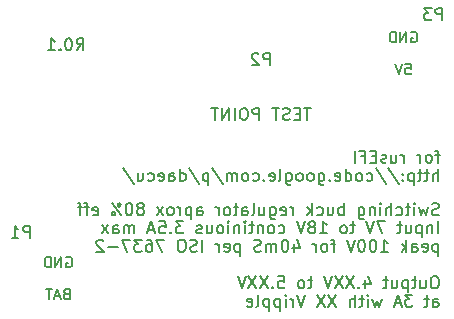
<source format=gbo>
G04 (created by PCBNEW (2013-07-07 BZR 4022)-stable) date 02/05/2014 07:12:38*
%MOIN*%
G04 Gerber Fmt 3.4, Leading zero omitted, Abs format*
%FSLAX34Y34*%
G01*
G70*
G90*
G04 APERTURE LIST*
%ADD10C,0.00590551*%
%ADD11C,0.005*%
G04 APERTURE END LIST*
G54D10*
G54D11*
X77766Y-39808D02*
X77799Y-39791D01*
X77849Y-39791D01*
X77899Y-39808D01*
X77933Y-39841D01*
X77949Y-39875D01*
X77966Y-39941D01*
X77966Y-39991D01*
X77949Y-40058D01*
X77933Y-40091D01*
X77899Y-40125D01*
X77849Y-40141D01*
X77816Y-40141D01*
X77766Y-40125D01*
X77749Y-40108D01*
X77749Y-39991D01*
X77816Y-39991D01*
X77599Y-40141D02*
X77599Y-39791D01*
X77399Y-40141D01*
X77399Y-39791D01*
X77233Y-40141D02*
X77233Y-39791D01*
X77150Y-39791D01*
X77100Y-39808D01*
X77066Y-39841D01*
X77050Y-39875D01*
X77033Y-39941D01*
X77033Y-39991D01*
X77050Y-40058D01*
X77066Y-40091D01*
X77100Y-40125D01*
X77150Y-40141D01*
X77233Y-40141D01*
X77566Y-40871D02*
X77733Y-40871D01*
X77750Y-41038D01*
X77733Y-41021D01*
X77700Y-41005D01*
X77616Y-41005D01*
X77583Y-41021D01*
X77566Y-41038D01*
X77550Y-41071D01*
X77550Y-41155D01*
X77566Y-41188D01*
X77583Y-41205D01*
X77616Y-41221D01*
X77700Y-41221D01*
X77733Y-41205D01*
X77750Y-41188D01*
X77449Y-40871D02*
X77333Y-41221D01*
X77216Y-40871D01*
X66266Y-47308D02*
X66299Y-47291D01*
X66349Y-47291D01*
X66399Y-47308D01*
X66433Y-47341D01*
X66449Y-47375D01*
X66466Y-47441D01*
X66466Y-47491D01*
X66449Y-47558D01*
X66433Y-47591D01*
X66399Y-47625D01*
X66349Y-47641D01*
X66316Y-47641D01*
X66266Y-47625D01*
X66249Y-47608D01*
X66249Y-47491D01*
X66316Y-47491D01*
X66099Y-47641D02*
X66099Y-47291D01*
X65899Y-47641D01*
X65899Y-47291D01*
X65733Y-47641D02*
X65733Y-47291D01*
X65650Y-47291D01*
X65600Y-47308D01*
X65566Y-47341D01*
X65550Y-47375D01*
X65533Y-47441D01*
X65533Y-47491D01*
X65550Y-47558D01*
X65566Y-47591D01*
X65600Y-47625D01*
X65650Y-47641D01*
X65733Y-47641D01*
X66258Y-48538D02*
X66208Y-48555D01*
X66191Y-48571D01*
X66174Y-48605D01*
X66174Y-48655D01*
X66191Y-48688D01*
X66208Y-48705D01*
X66241Y-48721D01*
X66374Y-48721D01*
X66374Y-48371D01*
X66258Y-48371D01*
X66224Y-48388D01*
X66208Y-48405D01*
X66191Y-48438D01*
X66191Y-48471D01*
X66208Y-48505D01*
X66224Y-48521D01*
X66258Y-48538D01*
X66374Y-48538D01*
X66041Y-48621D02*
X65874Y-48621D01*
X66074Y-48721D02*
X65958Y-48371D01*
X65841Y-48721D01*
X65774Y-48371D02*
X65574Y-48371D01*
X65674Y-48721D02*
X65674Y-48371D01*
X78673Y-45892D02*
X78616Y-45911D01*
X78521Y-45911D01*
X78483Y-45892D01*
X78464Y-45873D01*
X78445Y-45835D01*
X78445Y-45797D01*
X78464Y-45759D01*
X78483Y-45740D01*
X78521Y-45721D01*
X78597Y-45702D01*
X78635Y-45683D01*
X78654Y-45664D01*
X78673Y-45626D01*
X78673Y-45588D01*
X78654Y-45550D01*
X78635Y-45530D01*
X78597Y-45511D01*
X78502Y-45511D01*
X78445Y-45530D01*
X78311Y-45645D02*
X78235Y-45911D01*
X78159Y-45721D01*
X78083Y-45911D01*
X78007Y-45645D01*
X77854Y-45911D02*
X77854Y-45645D01*
X77854Y-45511D02*
X77873Y-45530D01*
X77854Y-45550D01*
X77835Y-45530D01*
X77854Y-45511D01*
X77854Y-45550D01*
X77721Y-45645D02*
X77569Y-45645D01*
X77664Y-45511D02*
X77664Y-45854D01*
X77645Y-45892D01*
X77607Y-45911D01*
X77569Y-45911D01*
X77264Y-45892D02*
X77302Y-45911D01*
X77378Y-45911D01*
X77416Y-45892D01*
X77435Y-45873D01*
X77454Y-45835D01*
X77454Y-45721D01*
X77435Y-45683D01*
X77416Y-45664D01*
X77378Y-45645D01*
X77302Y-45645D01*
X77264Y-45664D01*
X77092Y-45911D02*
X77092Y-45511D01*
X76921Y-45911D02*
X76921Y-45702D01*
X76940Y-45664D01*
X76978Y-45645D01*
X77035Y-45645D01*
X77073Y-45664D01*
X77092Y-45683D01*
X76730Y-45911D02*
X76730Y-45645D01*
X76730Y-45511D02*
X76750Y-45530D01*
X76730Y-45550D01*
X76711Y-45530D01*
X76730Y-45511D01*
X76730Y-45550D01*
X76540Y-45645D02*
X76540Y-45911D01*
X76540Y-45683D02*
X76521Y-45664D01*
X76483Y-45645D01*
X76426Y-45645D01*
X76388Y-45664D01*
X76369Y-45702D01*
X76369Y-45911D01*
X76007Y-45645D02*
X76007Y-45969D01*
X76026Y-46007D01*
X76045Y-46026D01*
X76083Y-46045D01*
X76140Y-46045D01*
X76178Y-46026D01*
X76007Y-45892D02*
X76045Y-45911D01*
X76121Y-45911D01*
X76159Y-45892D01*
X76178Y-45873D01*
X76197Y-45835D01*
X76197Y-45721D01*
X76178Y-45683D01*
X76159Y-45664D01*
X76121Y-45645D01*
X76045Y-45645D01*
X76007Y-45664D01*
X75511Y-45911D02*
X75511Y-45511D01*
X75511Y-45664D02*
X75473Y-45645D01*
X75397Y-45645D01*
X75359Y-45664D01*
X75340Y-45683D01*
X75321Y-45721D01*
X75321Y-45835D01*
X75340Y-45873D01*
X75359Y-45892D01*
X75397Y-45911D01*
X75473Y-45911D01*
X75511Y-45892D01*
X74978Y-45645D02*
X74978Y-45911D01*
X75150Y-45645D02*
X75150Y-45854D01*
X75130Y-45892D01*
X75092Y-45911D01*
X75035Y-45911D01*
X74997Y-45892D01*
X74978Y-45873D01*
X74616Y-45892D02*
X74654Y-45911D01*
X74730Y-45911D01*
X74769Y-45892D01*
X74788Y-45873D01*
X74807Y-45835D01*
X74807Y-45721D01*
X74788Y-45683D01*
X74769Y-45664D01*
X74730Y-45645D01*
X74654Y-45645D01*
X74616Y-45664D01*
X74445Y-45911D02*
X74445Y-45511D01*
X74407Y-45759D02*
X74292Y-45911D01*
X74292Y-45645D02*
X74445Y-45797D01*
X73816Y-45911D02*
X73816Y-45645D01*
X73816Y-45721D02*
X73797Y-45683D01*
X73778Y-45664D01*
X73740Y-45645D01*
X73702Y-45645D01*
X73416Y-45892D02*
X73454Y-45911D01*
X73530Y-45911D01*
X73569Y-45892D01*
X73588Y-45854D01*
X73588Y-45702D01*
X73569Y-45664D01*
X73530Y-45645D01*
X73454Y-45645D01*
X73416Y-45664D01*
X73397Y-45702D01*
X73397Y-45740D01*
X73588Y-45778D01*
X73054Y-45645D02*
X73054Y-45969D01*
X73073Y-46007D01*
X73092Y-46026D01*
X73130Y-46045D01*
X73188Y-46045D01*
X73226Y-46026D01*
X73054Y-45892D02*
X73092Y-45911D01*
X73169Y-45911D01*
X73207Y-45892D01*
X73226Y-45873D01*
X73245Y-45835D01*
X73245Y-45721D01*
X73226Y-45683D01*
X73207Y-45664D01*
X73169Y-45645D01*
X73092Y-45645D01*
X73054Y-45664D01*
X72692Y-45645D02*
X72692Y-45911D01*
X72864Y-45645D02*
X72864Y-45854D01*
X72845Y-45892D01*
X72807Y-45911D01*
X72750Y-45911D01*
X72711Y-45892D01*
X72692Y-45873D01*
X72445Y-45911D02*
X72483Y-45892D01*
X72502Y-45854D01*
X72502Y-45511D01*
X72121Y-45911D02*
X72121Y-45702D01*
X72140Y-45664D01*
X72178Y-45645D01*
X72254Y-45645D01*
X72292Y-45664D01*
X72121Y-45892D02*
X72159Y-45911D01*
X72254Y-45911D01*
X72292Y-45892D01*
X72311Y-45854D01*
X72311Y-45816D01*
X72292Y-45778D01*
X72254Y-45759D01*
X72159Y-45759D01*
X72121Y-45740D01*
X71988Y-45645D02*
X71835Y-45645D01*
X71930Y-45511D02*
X71930Y-45854D01*
X71911Y-45892D01*
X71873Y-45911D01*
X71835Y-45911D01*
X71645Y-45911D02*
X71683Y-45892D01*
X71702Y-45873D01*
X71721Y-45835D01*
X71721Y-45721D01*
X71702Y-45683D01*
X71683Y-45664D01*
X71645Y-45645D01*
X71588Y-45645D01*
X71550Y-45664D01*
X71530Y-45683D01*
X71511Y-45721D01*
X71511Y-45835D01*
X71530Y-45873D01*
X71550Y-45892D01*
X71588Y-45911D01*
X71645Y-45911D01*
X71340Y-45911D02*
X71340Y-45645D01*
X71340Y-45721D02*
X71321Y-45683D01*
X71302Y-45664D01*
X71264Y-45645D01*
X71226Y-45645D01*
X70616Y-45911D02*
X70616Y-45702D01*
X70635Y-45664D01*
X70673Y-45645D01*
X70750Y-45645D01*
X70788Y-45664D01*
X70616Y-45892D02*
X70654Y-45911D01*
X70750Y-45911D01*
X70788Y-45892D01*
X70807Y-45854D01*
X70807Y-45816D01*
X70788Y-45778D01*
X70750Y-45759D01*
X70654Y-45759D01*
X70616Y-45740D01*
X70426Y-45645D02*
X70426Y-46045D01*
X70426Y-45664D02*
X70388Y-45645D01*
X70311Y-45645D01*
X70273Y-45664D01*
X70254Y-45683D01*
X70235Y-45721D01*
X70235Y-45835D01*
X70254Y-45873D01*
X70273Y-45892D01*
X70311Y-45911D01*
X70388Y-45911D01*
X70426Y-45892D01*
X70064Y-45911D02*
X70064Y-45645D01*
X70064Y-45721D02*
X70045Y-45683D01*
X70026Y-45664D01*
X69988Y-45645D01*
X69950Y-45645D01*
X69759Y-45911D02*
X69797Y-45892D01*
X69816Y-45873D01*
X69835Y-45835D01*
X69835Y-45721D01*
X69816Y-45683D01*
X69797Y-45664D01*
X69759Y-45645D01*
X69702Y-45645D01*
X69664Y-45664D01*
X69645Y-45683D01*
X69626Y-45721D01*
X69626Y-45835D01*
X69645Y-45873D01*
X69664Y-45892D01*
X69702Y-45911D01*
X69759Y-45911D01*
X69492Y-45911D02*
X69283Y-45645D01*
X69492Y-45645D02*
X69283Y-45911D01*
X68769Y-45683D02*
X68807Y-45664D01*
X68826Y-45645D01*
X68845Y-45607D01*
X68845Y-45588D01*
X68826Y-45550D01*
X68807Y-45530D01*
X68769Y-45511D01*
X68692Y-45511D01*
X68654Y-45530D01*
X68635Y-45550D01*
X68616Y-45588D01*
X68616Y-45607D01*
X68635Y-45645D01*
X68654Y-45664D01*
X68692Y-45683D01*
X68769Y-45683D01*
X68807Y-45702D01*
X68826Y-45721D01*
X68845Y-45759D01*
X68845Y-45835D01*
X68826Y-45873D01*
X68807Y-45892D01*
X68769Y-45911D01*
X68692Y-45911D01*
X68654Y-45892D01*
X68635Y-45873D01*
X68616Y-45835D01*
X68616Y-45759D01*
X68635Y-45721D01*
X68654Y-45702D01*
X68692Y-45683D01*
X68369Y-45511D02*
X68330Y-45511D01*
X68292Y-45530D01*
X68273Y-45550D01*
X68254Y-45588D01*
X68235Y-45664D01*
X68235Y-45759D01*
X68254Y-45835D01*
X68273Y-45873D01*
X68292Y-45892D01*
X68330Y-45911D01*
X68369Y-45911D01*
X68407Y-45892D01*
X68426Y-45873D01*
X68445Y-45835D01*
X68464Y-45759D01*
X68464Y-45664D01*
X68445Y-45588D01*
X68426Y-45550D01*
X68407Y-45530D01*
X68369Y-45511D01*
X68083Y-45911D02*
X67778Y-45511D01*
X68026Y-45511D02*
X67988Y-45530D01*
X67969Y-45569D01*
X67988Y-45607D01*
X68026Y-45626D01*
X68064Y-45607D01*
X68083Y-45569D01*
X68064Y-45530D01*
X68026Y-45511D01*
X67797Y-45892D02*
X67778Y-45854D01*
X67797Y-45816D01*
X67835Y-45797D01*
X67873Y-45816D01*
X67892Y-45854D01*
X67873Y-45892D01*
X67835Y-45911D01*
X67797Y-45892D01*
X67150Y-45892D02*
X67188Y-45911D01*
X67264Y-45911D01*
X67302Y-45892D01*
X67321Y-45854D01*
X67321Y-45702D01*
X67302Y-45664D01*
X67264Y-45645D01*
X67188Y-45645D01*
X67150Y-45664D01*
X67130Y-45702D01*
X67130Y-45740D01*
X67321Y-45778D01*
X67016Y-45645D02*
X66864Y-45645D01*
X66959Y-45911D02*
X66959Y-45569D01*
X66940Y-45530D01*
X66902Y-45511D01*
X66864Y-45511D01*
X66788Y-45645D02*
X66635Y-45645D01*
X66730Y-45911D02*
X66730Y-45569D01*
X66711Y-45530D01*
X66673Y-45511D01*
X66635Y-45511D01*
X78654Y-46521D02*
X78654Y-46121D01*
X78464Y-46255D02*
X78464Y-46521D01*
X78464Y-46293D02*
X78445Y-46274D01*
X78407Y-46255D01*
X78350Y-46255D01*
X78311Y-46274D01*
X78292Y-46312D01*
X78292Y-46521D01*
X78102Y-46255D02*
X78102Y-46655D01*
X78102Y-46274D02*
X78064Y-46255D01*
X77988Y-46255D01*
X77950Y-46274D01*
X77930Y-46293D01*
X77911Y-46331D01*
X77911Y-46445D01*
X77930Y-46483D01*
X77950Y-46502D01*
X77988Y-46521D01*
X78064Y-46521D01*
X78102Y-46502D01*
X77569Y-46255D02*
X77569Y-46521D01*
X77740Y-46255D02*
X77740Y-46464D01*
X77721Y-46502D01*
X77683Y-46521D01*
X77626Y-46521D01*
X77588Y-46502D01*
X77569Y-46483D01*
X77435Y-46255D02*
X77283Y-46255D01*
X77378Y-46121D02*
X77378Y-46464D01*
X77359Y-46502D01*
X77321Y-46521D01*
X77283Y-46521D01*
X76883Y-46121D02*
X76616Y-46121D01*
X76788Y-46521D01*
X76521Y-46121D02*
X76388Y-46521D01*
X76254Y-46121D01*
X75873Y-46255D02*
X75721Y-46255D01*
X75816Y-46121D02*
X75816Y-46464D01*
X75797Y-46502D01*
X75759Y-46521D01*
X75721Y-46521D01*
X75530Y-46521D02*
X75569Y-46502D01*
X75588Y-46483D01*
X75607Y-46445D01*
X75607Y-46331D01*
X75588Y-46293D01*
X75569Y-46274D01*
X75530Y-46255D01*
X75473Y-46255D01*
X75435Y-46274D01*
X75416Y-46293D01*
X75397Y-46331D01*
X75397Y-46445D01*
X75416Y-46483D01*
X75435Y-46502D01*
X75473Y-46521D01*
X75530Y-46521D01*
X74711Y-46521D02*
X74940Y-46521D01*
X74826Y-46521D02*
X74826Y-46121D01*
X74864Y-46179D01*
X74902Y-46217D01*
X74940Y-46236D01*
X74483Y-46293D02*
X74521Y-46274D01*
X74540Y-46255D01*
X74559Y-46217D01*
X74559Y-46198D01*
X74540Y-46160D01*
X74521Y-46140D01*
X74483Y-46121D01*
X74407Y-46121D01*
X74369Y-46140D01*
X74350Y-46160D01*
X74330Y-46198D01*
X74330Y-46217D01*
X74350Y-46255D01*
X74369Y-46274D01*
X74407Y-46293D01*
X74483Y-46293D01*
X74521Y-46312D01*
X74540Y-46331D01*
X74559Y-46369D01*
X74559Y-46445D01*
X74540Y-46483D01*
X74521Y-46502D01*
X74483Y-46521D01*
X74407Y-46521D01*
X74369Y-46502D01*
X74350Y-46483D01*
X74330Y-46445D01*
X74330Y-46369D01*
X74350Y-46331D01*
X74369Y-46312D01*
X74407Y-46293D01*
X74216Y-46121D02*
X74083Y-46521D01*
X73950Y-46121D01*
X73340Y-46502D02*
X73378Y-46521D01*
X73454Y-46521D01*
X73492Y-46502D01*
X73511Y-46483D01*
X73530Y-46445D01*
X73530Y-46331D01*
X73511Y-46293D01*
X73492Y-46274D01*
X73454Y-46255D01*
X73378Y-46255D01*
X73340Y-46274D01*
X73111Y-46521D02*
X73150Y-46502D01*
X73169Y-46483D01*
X73188Y-46445D01*
X73188Y-46331D01*
X73169Y-46293D01*
X73150Y-46274D01*
X73111Y-46255D01*
X73054Y-46255D01*
X73016Y-46274D01*
X72997Y-46293D01*
X72978Y-46331D01*
X72978Y-46445D01*
X72997Y-46483D01*
X73016Y-46502D01*
X73054Y-46521D01*
X73111Y-46521D01*
X72807Y-46255D02*
X72807Y-46521D01*
X72807Y-46293D02*
X72788Y-46274D01*
X72750Y-46255D01*
X72692Y-46255D01*
X72654Y-46274D01*
X72635Y-46312D01*
X72635Y-46521D01*
X72502Y-46255D02*
X72350Y-46255D01*
X72445Y-46121D02*
X72445Y-46464D01*
X72426Y-46502D01*
X72388Y-46521D01*
X72350Y-46521D01*
X72216Y-46521D02*
X72216Y-46255D01*
X72216Y-46121D02*
X72235Y-46140D01*
X72216Y-46160D01*
X72197Y-46140D01*
X72216Y-46121D01*
X72216Y-46160D01*
X72026Y-46255D02*
X72026Y-46521D01*
X72026Y-46293D02*
X72007Y-46274D01*
X71969Y-46255D01*
X71911Y-46255D01*
X71873Y-46274D01*
X71854Y-46312D01*
X71854Y-46521D01*
X71664Y-46521D02*
X71664Y-46255D01*
X71664Y-46121D02*
X71683Y-46140D01*
X71664Y-46160D01*
X71645Y-46140D01*
X71664Y-46121D01*
X71664Y-46160D01*
X71416Y-46521D02*
X71454Y-46502D01*
X71473Y-46483D01*
X71492Y-46445D01*
X71492Y-46331D01*
X71473Y-46293D01*
X71454Y-46274D01*
X71416Y-46255D01*
X71359Y-46255D01*
X71321Y-46274D01*
X71302Y-46293D01*
X71283Y-46331D01*
X71283Y-46445D01*
X71302Y-46483D01*
X71321Y-46502D01*
X71359Y-46521D01*
X71416Y-46521D01*
X70940Y-46255D02*
X70940Y-46521D01*
X71111Y-46255D02*
X71111Y-46464D01*
X71092Y-46502D01*
X71054Y-46521D01*
X70997Y-46521D01*
X70959Y-46502D01*
X70940Y-46483D01*
X70769Y-46502D02*
X70730Y-46521D01*
X70654Y-46521D01*
X70616Y-46502D01*
X70597Y-46464D01*
X70597Y-46445D01*
X70616Y-46407D01*
X70654Y-46388D01*
X70711Y-46388D01*
X70750Y-46369D01*
X70769Y-46331D01*
X70769Y-46312D01*
X70750Y-46274D01*
X70711Y-46255D01*
X70654Y-46255D01*
X70616Y-46274D01*
X70159Y-46121D02*
X69911Y-46121D01*
X70045Y-46274D01*
X69988Y-46274D01*
X69950Y-46293D01*
X69930Y-46312D01*
X69911Y-46350D01*
X69911Y-46445D01*
X69930Y-46483D01*
X69950Y-46502D01*
X69988Y-46521D01*
X70102Y-46521D01*
X70140Y-46502D01*
X70159Y-46483D01*
X69740Y-46483D02*
X69721Y-46502D01*
X69740Y-46521D01*
X69759Y-46502D01*
X69740Y-46483D01*
X69740Y-46521D01*
X69359Y-46121D02*
X69550Y-46121D01*
X69569Y-46312D01*
X69550Y-46293D01*
X69511Y-46274D01*
X69416Y-46274D01*
X69378Y-46293D01*
X69359Y-46312D01*
X69340Y-46350D01*
X69340Y-46445D01*
X69359Y-46483D01*
X69378Y-46502D01*
X69416Y-46521D01*
X69511Y-46521D01*
X69550Y-46502D01*
X69569Y-46483D01*
X69188Y-46407D02*
X68997Y-46407D01*
X69226Y-46521D02*
X69092Y-46121D01*
X68959Y-46521D01*
X68521Y-46521D02*
X68521Y-46255D01*
X68521Y-46293D02*
X68502Y-46274D01*
X68464Y-46255D01*
X68407Y-46255D01*
X68369Y-46274D01*
X68350Y-46312D01*
X68350Y-46521D01*
X68350Y-46312D02*
X68330Y-46274D01*
X68292Y-46255D01*
X68235Y-46255D01*
X68197Y-46274D01*
X68178Y-46312D01*
X68178Y-46521D01*
X67816Y-46521D02*
X67816Y-46312D01*
X67835Y-46274D01*
X67873Y-46255D01*
X67950Y-46255D01*
X67988Y-46274D01*
X67816Y-46502D02*
X67854Y-46521D01*
X67950Y-46521D01*
X67988Y-46502D01*
X68007Y-46464D01*
X68007Y-46426D01*
X67988Y-46388D01*
X67950Y-46369D01*
X67854Y-46369D01*
X67816Y-46350D01*
X67664Y-46521D02*
X67454Y-46255D01*
X67664Y-46255D02*
X67454Y-46521D01*
X78654Y-46865D02*
X78654Y-47265D01*
X78654Y-46884D02*
X78616Y-46865D01*
X78540Y-46865D01*
X78502Y-46884D01*
X78483Y-46903D01*
X78464Y-46941D01*
X78464Y-47055D01*
X78483Y-47093D01*
X78502Y-47112D01*
X78540Y-47131D01*
X78616Y-47131D01*
X78654Y-47112D01*
X78140Y-47112D02*
X78178Y-47131D01*
X78254Y-47131D01*
X78292Y-47112D01*
X78311Y-47074D01*
X78311Y-46922D01*
X78292Y-46884D01*
X78254Y-46865D01*
X78178Y-46865D01*
X78140Y-46884D01*
X78121Y-46922D01*
X78121Y-46960D01*
X78311Y-46998D01*
X77778Y-47131D02*
X77778Y-46922D01*
X77797Y-46884D01*
X77835Y-46865D01*
X77911Y-46865D01*
X77950Y-46884D01*
X77778Y-47112D02*
X77816Y-47131D01*
X77911Y-47131D01*
X77950Y-47112D01*
X77969Y-47074D01*
X77969Y-47036D01*
X77950Y-46998D01*
X77911Y-46979D01*
X77816Y-46979D01*
X77778Y-46960D01*
X77588Y-47131D02*
X77588Y-46731D01*
X77550Y-46979D02*
X77435Y-47131D01*
X77435Y-46865D02*
X77588Y-47017D01*
X76750Y-47131D02*
X76978Y-47131D01*
X76864Y-47131D02*
X76864Y-46731D01*
X76902Y-46789D01*
X76940Y-46827D01*
X76978Y-46846D01*
X76502Y-46731D02*
X76464Y-46731D01*
X76426Y-46750D01*
X76407Y-46770D01*
X76388Y-46808D01*
X76369Y-46884D01*
X76369Y-46979D01*
X76388Y-47055D01*
X76407Y-47093D01*
X76426Y-47112D01*
X76464Y-47131D01*
X76502Y-47131D01*
X76540Y-47112D01*
X76559Y-47093D01*
X76578Y-47055D01*
X76597Y-46979D01*
X76597Y-46884D01*
X76578Y-46808D01*
X76559Y-46770D01*
X76540Y-46750D01*
X76502Y-46731D01*
X76121Y-46731D02*
X76083Y-46731D01*
X76045Y-46750D01*
X76026Y-46770D01*
X76007Y-46808D01*
X75988Y-46884D01*
X75988Y-46979D01*
X76007Y-47055D01*
X76026Y-47093D01*
X76045Y-47112D01*
X76083Y-47131D01*
X76121Y-47131D01*
X76159Y-47112D01*
X76178Y-47093D01*
X76197Y-47055D01*
X76216Y-46979D01*
X76216Y-46884D01*
X76197Y-46808D01*
X76178Y-46770D01*
X76159Y-46750D01*
X76121Y-46731D01*
X75873Y-46731D02*
X75740Y-47131D01*
X75607Y-46731D01*
X75226Y-46865D02*
X75073Y-46865D01*
X75169Y-47131D02*
X75169Y-46789D01*
X75150Y-46750D01*
X75111Y-46731D01*
X75073Y-46731D01*
X74883Y-47131D02*
X74921Y-47112D01*
X74940Y-47093D01*
X74959Y-47055D01*
X74959Y-46941D01*
X74940Y-46903D01*
X74921Y-46884D01*
X74883Y-46865D01*
X74826Y-46865D01*
X74788Y-46884D01*
X74769Y-46903D01*
X74750Y-46941D01*
X74750Y-47055D01*
X74769Y-47093D01*
X74788Y-47112D01*
X74826Y-47131D01*
X74883Y-47131D01*
X74578Y-47131D02*
X74578Y-46865D01*
X74578Y-46941D02*
X74559Y-46903D01*
X74540Y-46884D01*
X74502Y-46865D01*
X74464Y-46865D01*
X73854Y-46865D02*
X73854Y-47131D01*
X73950Y-46712D02*
X74045Y-46998D01*
X73797Y-46998D01*
X73569Y-46731D02*
X73530Y-46731D01*
X73492Y-46750D01*
X73473Y-46770D01*
X73454Y-46808D01*
X73435Y-46884D01*
X73435Y-46979D01*
X73454Y-47055D01*
X73473Y-47093D01*
X73492Y-47112D01*
X73530Y-47131D01*
X73569Y-47131D01*
X73607Y-47112D01*
X73626Y-47093D01*
X73645Y-47055D01*
X73664Y-46979D01*
X73664Y-46884D01*
X73645Y-46808D01*
X73626Y-46770D01*
X73607Y-46750D01*
X73569Y-46731D01*
X73264Y-47131D02*
X73264Y-46865D01*
X73264Y-46903D02*
X73245Y-46884D01*
X73207Y-46865D01*
X73150Y-46865D01*
X73111Y-46884D01*
X73092Y-46922D01*
X73092Y-47131D01*
X73092Y-46922D02*
X73073Y-46884D01*
X73035Y-46865D01*
X72978Y-46865D01*
X72940Y-46884D01*
X72921Y-46922D01*
X72921Y-47131D01*
X72750Y-47112D02*
X72692Y-47131D01*
X72597Y-47131D01*
X72559Y-47112D01*
X72540Y-47093D01*
X72521Y-47055D01*
X72521Y-47017D01*
X72540Y-46979D01*
X72559Y-46960D01*
X72597Y-46941D01*
X72673Y-46922D01*
X72711Y-46903D01*
X72730Y-46884D01*
X72750Y-46846D01*
X72750Y-46808D01*
X72730Y-46770D01*
X72711Y-46750D01*
X72673Y-46731D01*
X72578Y-46731D01*
X72521Y-46750D01*
X72045Y-46865D02*
X72045Y-47265D01*
X72045Y-46884D02*
X72007Y-46865D01*
X71930Y-46865D01*
X71892Y-46884D01*
X71873Y-46903D01*
X71854Y-46941D01*
X71854Y-47055D01*
X71873Y-47093D01*
X71892Y-47112D01*
X71930Y-47131D01*
X72007Y-47131D01*
X72045Y-47112D01*
X71530Y-47112D02*
X71569Y-47131D01*
X71645Y-47131D01*
X71683Y-47112D01*
X71702Y-47074D01*
X71702Y-46922D01*
X71683Y-46884D01*
X71645Y-46865D01*
X71569Y-46865D01*
X71530Y-46884D01*
X71511Y-46922D01*
X71511Y-46960D01*
X71702Y-46998D01*
X71340Y-47131D02*
X71340Y-46865D01*
X71340Y-46941D02*
X71321Y-46903D01*
X71302Y-46884D01*
X71264Y-46865D01*
X71226Y-46865D01*
X70788Y-47131D02*
X70788Y-46731D01*
X70616Y-47112D02*
X70559Y-47131D01*
X70464Y-47131D01*
X70426Y-47112D01*
X70407Y-47093D01*
X70388Y-47055D01*
X70388Y-47017D01*
X70407Y-46979D01*
X70426Y-46960D01*
X70464Y-46941D01*
X70540Y-46922D01*
X70578Y-46903D01*
X70597Y-46884D01*
X70616Y-46846D01*
X70616Y-46808D01*
X70597Y-46770D01*
X70578Y-46750D01*
X70540Y-46731D01*
X70445Y-46731D01*
X70388Y-46750D01*
X70140Y-46731D02*
X70064Y-46731D01*
X70026Y-46750D01*
X69988Y-46789D01*
X69969Y-46865D01*
X69969Y-46998D01*
X69988Y-47074D01*
X70026Y-47112D01*
X70064Y-47131D01*
X70140Y-47131D01*
X70178Y-47112D01*
X70216Y-47074D01*
X70235Y-46998D01*
X70235Y-46865D01*
X70216Y-46789D01*
X70178Y-46750D01*
X70140Y-46731D01*
X69530Y-46731D02*
X69264Y-46731D01*
X69435Y-47131D01*
X68940Y-46731D02*
X69016Y-46731D01*
X69054Y-46750D01*
X69073Y-46770D01*
X69111Y-46827D01*
X69130Y-46903D01*
X69130Y-47055D01*
X69111Y-47093D01*
X69092Y-47112D01*
X69054Y-47131D01*
X68978Y-47131D01*
X68940Y-47112D01*
X68921Y-47093D01*
X68902Y-47055D01*
X68902Y-46960D01*
X68921Y-46922D01*
X68940Y-46903D01*
X68978Y-46884D01*
X69054Y-46884D01*
X69092Y-46903D01*
X69111Y-46922D01*
X69130Y-46960D01*
X68769Y-46731D02*
X68521Y-46731D01*
X68654Y-46884D01*
X68597Y-46884D01*
X68559Y-46903D01*
X68540Y-46922D01*
X68521Y-46960D01*
X68521Y-47055D01*
X68540Y-47093D01*
X68559Y-47112D01*
X68597Y-47131D01*
X68711Y-47131D01*
X68750Y-47112D01*
X68769Y-47093D01*
X68388Y-46731D02*
X68121Y-46731D01*
X68292Y-47131D01*
X67969Y-46979D02*
X67664Y-46979D01*
X67492Y-46770D02*
X67473Y-46750D01*
X67435Y-46731D01*
X67340Y-46731D01*
X67302Y-46750D01*
X67283Y-46770D01*
X67264Y-46808D01*
X67264Y-46846D01*
X67283Y-46903D01*
X67511Y-47131D01*
X67264Y-47131D01*
X78578Y-47951D02*
X78502Y-47951D01*
X78464Y-47970D01*
X78426Y-48009D01*
X78407Y-48085D01*
X78407Y-48218D01*
X78426Y-48294D01*
X78464Y-48332D01*
X78502Y-48351D01*
X78578Y-48351D01*
X78616Y-48332D01*
X78654Y-48294D01*
X78673Y-48218D01*
X78673Y-48085D01*
X78654Y-48009D01*
X78616Y-47970D01*
X78578Y-47951D01*
X78064Y-48085D02*
X78064Y-48351D01*
X78235Y-48085D02*
X78235Y-48294D01*
X78216Y-48332D01*
X78178Y-48351D01*
X78121Y-48351D01*
X78083Y-48332D01*
X78064Y-48313D01*
X77930Y-48085D02*
X77778Y-48085D01*
X77873Y-47951D02*
X77873Y-48294D01*
X77854Y-48332D01*
X77816Y-48351D01*
X77778Y-48351D01*
X77645Y-48085D02*
X77645Y-48485D01*
X77645Y-48104D02*
X77607Y-48085D01*
X77530Y-48085D01*
X77492Y-48104D01*
X77473Y-48123D01*
X77454Y-48161D01*
X77454Y-48275D01*
X77473Y-48313D01*
X77492Y-48332D01*
X77530Y-48351D01*
X77607Y-48351D01*
X77645Y-48332D01*
X77111Y-48085D02*
X77111Y-48351D01*
X77283Y-48085D02*
X77283Y-48294D01*
X77264Y-48332D01*
X77226Y-48351D01*
X77169Y-48351D01*
X77130Y-48332D01*
X77111Y-48313D01*
X76978Y-48085D02*
X76826Y-48085D01*
X76921Y-47951D02*
X76921Y-48294D01*
X76902Y-48332D01*
X76864Y-48351D01*
X76826Y-48351D01*
X76216Y-48085D02*
X76216Y-48351D01*
X76311Y-47932D02*
X76407Y-48218D01*
X76159Y-48218D01*
X76007Y-48313D02*
X75988Y-48332D01*
X76007Y-48351D01*
X76026Y-48332D01*
X76007Y-48313D01*
X76007Y-48351D01*
X75854Y-47951D02*
X75588Y-48351D01*
X75588Y-47951D02*
X75854Y-48351D01*
X75473Y-47951D02*
X75207Y-48351D01*
X75207Y-47951D02*
X75473Y-48351D01*
X75111Y-47951D02*
X74978Y-48351D01*
X74845Y-47951D01*
X74464Y-48085D02*
X74311Y-48085D01*
X74407Y-47951D02*
X74407Y-48294D01*
X74388Y-48332D01*
X74350Y-48351D01*
X74311Y-48351D01*
X74121Y-48351D02*
X74159Y-48332D01*
X74178Y-48313D01*
X74197Y-48275D01*
X74197Y-48161D01*
X74178Y-48123D01*
X74159Y-48104D01*
X74121Y-48085D01*
X74064Y-48085D01*
X74026Y-48104D01*
X74007Y-48123D01*
X73988Y-48161D01*
X73988Y-48275D01*
X74007Y-48313D01*
X74026Y-48332D01*
X74064Y-48351D01*
X74121Y-48351D01*
X73321Y-47951D02*
X73511Y-47951D01*
X73530Y-48142D01*
X73511Y-48123D01*
X73473Y-48104D01*
X73378Y-48104D01*
X73340Y-48123D01*
X73321Y-48142D01*
X73302Y-48180D01*
X73302Y-48275D01*
X73321Y-48313D01*
X73340Y-48332D01*
X73378Y-48351D01*
X73473Y-48351D01*
X73511Y-48332D01*
X73530Y-48313D01*
X73130Y-48313D02*
X73111Y-48332D01*
X73130Y-48351D01*
X73150Y-48332D01*
X73130Y-48313D01*
X73130Y-48351D01*
X72978Y-47951D02*
X72711Y-48351D01*
X72711Y-47951D02*
X72978Y-48351D01*
X72597Y-47951D02*
X72330Y-48351D01*
X72330Y-47951D02*
X72597Y-48351D01*
X72235Y-47951D02*
X72102Y-48351D01*
X71969Y-47951D01*
X78483Y-48961D02*
X78483Y-48752D01*
X78502Y-48714D01*
X78540Y-48695D01*
X78616Y-48695D01*
X78654Y-48714D01*
X78483Y-48942D02*
X78521Y-48961D01*
X78616Y-48961D01*
X78654Y-48942D01*
X78673Y-48904D01*
X78673Y-48866D01*
X78654Y-48828D01*
X78616Y-48809D01*
X78521Y-48809D01*
X78483Y-48790D01*
X78350Y-48695D02*
X78197Y-48695D01*
X78292Y-48561D02*
X78292Y-48904D01*
X78273Y-48942D01*
X78235Y-48961D01*
X78197Y-48961D01*
X77797Y-48561D02*
X77550Y-48561D01*
X77683Y-48714D01*
X77626Y-48714D01*
X77588Y-48733D01*
X77569Y-48752D01*
X77550Y-48790D01*
X77550Y-48885D01*
X77569Y-48923D01*
X77588Y-48942D01*
X77626Y-48961D01*
X77740Y-48961D01*
X77778Y-48942D01*
X77797Y-48923D01*
X77397Y-48847D02*
X77207Y-48847D01*
X77435Y-48961D02*
X77302Y-48561D01*
X77169Y-48961D01*
X76769Y-48695D02*
X76692Y-48961D01*
X76616Y-48771D01*
X76540Y-48961D01*
X76464Y-48695D01*
X76311Y-48961D02*
X76311Y-48695D01*
X76311Y-48561D02*
X76330Y-48580D01*
X76311Y-48600D01*
X76292Y-48580D01*
X76311Y-48561D01*
X76311Y-48600D01*
X76178Y-48695D02*
X76026Y-48695D01*
X76121Y-48561D02*
X76121Y-48904D01*
X76102Y-48942D01*
X76064Y-48961D01*
X76026Y-48961D01*
X75892Y-48961D02*
X75892Y-48561D01*
X75721Y-48961D02*
X75721Y-48752D01*
X75740Y-48714D01*
X75778Y-48695D01*
X75835Y-48695D01*
X75873Y-48714D01*
X75892Y-48733D01*
X75264Y-48561D02*
X74997Y-48961D01*
X74997Y-48561D02*
X75264Y-48961D01*
X74883Y-48561D02*
X74616Y-48961D01*
X74616Y-48561D02*
X74883Y-48961D01*
X74216Y-48561D02*
X74083Y-48961D01*
X73950Y-48561D01*
X73816Y-48961D02*
X73816Y-48695D01*
X73816Y-48771D02*
X73797Y-48733D01*
X73778Y-48714D01*
X73740Y-48695D01*
X73702Y-48695D01*
X73569Y-48961D02*
X73569Y-48695D01*
X73569Y-48561D02*
X73588Y-48580D01*
X73569Y-48600D01*
X73550Y-48580D01*
X73569Y-48561D01*
X73569Y-48600D01*
X73378Y-48695D02*
X73378Y-49095D01*
X73378Y-48714D02*
X73340Y-48695D01*
X73264Y-48695D01*
X73226Y-48714D01*
X73207Y-48733D01*
X73188Y-48771D01*
X73188Y-48885D01*
X73207Y-48923D01*
X73226Y-48942D01*
X73264Y-48961D01*
X73340Y-48961D01*
X73378Y-48942D01*
X73016Y-48695D02*
X73016Y-49095D01*
X73016Y-48714D02*
X72978Y-48695D01*
X72902Y-48695D01*
X72864Y-48714D01*
X72845Y-48733D01*
X72826Y-48771D01*
X72826Y-48885D01*
X72845Y-48923D01*
X72864Y-48942D01*
X72902Y-48961D01*
X72978Y-48961D01*
X73016Y-48942D01*
X72597Y-48961D02*
X72635Y-48942D01*
X72654Y-48904D01*
X72654Y-48561D01*
X72292Y-48942D02*
X72330Y-48961D01*
X72407Y-48961D01*
X72445Y-48942D01*
X72464Y-48904D01*
X72464Y-48752D01*
X72445Y-48714D01*
X72407Y-48695D01*
X72330Y-48695D01*
X72292Y-48714D01*
X72273Y-48752D01*
X72273Y-48790D01*
X72464Y-48828D01*
X78711Y-43895D02*
X78559Y-43895D01*
X78654Y-44161D02*
X78654Y-43819D01*
X78635Y-43780D01*
X78597Y-43761D01*
X78559Y-43761D01*
X78369Y-44161D02*
X78407Y-44142D01*
X78426Y-44123D01*
X78445Y-44085D01*
X78445Y-43971D01*
X78426Y-43933D01*
X78407Y-43914D01*
X78369Y-43895D01*
X78311Y-43895D01*
X78273Y-43914D01*
X78254Y-43933D01*
X78235Y-43971D01*
X78235Y-44085D01*
X78254Y-44123D01*
X78273Y-44142D01*
X78311Y-44161D01*
X78369Y-44161D01*
X78064Y-44161D02*
X78064Y-43895D01*
X78064Y-43971D02*
X78045Y-43933D01*
X78026Y-43914D01*
X77988Y-43895D01*
X77950Y-43895D01*
X77511Y-44161D02*
X77511Y-43895D01*
X77511Y-43971D02*
X77492Y-43933D01*
X77473Y-43914D01*
X77435Y-43895D01*
X77397Y-43895D01*
X77092Y-43895D02*
X77092Y-44161D01*
X77264Y-43895D02*
X77264Y-44104D01*
X77245Y-44142D01*
X77207Y-44161D01*
X77150Y-44161D01*
X77111Y-44142D01*
X77092Y-44123D01*
X76921Y-44142D02*
X76883Y-44161D01*
X76807Y-44161D01*
X76769Y-44142D01*
X76750Y-44104D01*
X76750Y-44085D01*
X76769Y-44047D01*
X76807Y-44028D01*
X76864Y-44028D01*
X76902Y-44009D01*
X76921Y-43971D01*
X76921Y-43952D01*
X76902Y-43914D01*
X76864Y-43895D01*
X76807Y-43895D01*
X76769Y-43914D01*
X76578Y-43952D02*
X76445Y-43952D01*
X76388Y-44161D02*
X76578Y-44161D01*
X76578Y-43761D01*
X76388Y-43761D01*
X76083Y-43952D02*
X76216Y-43952D01*
X76216Y-44161D02*
X76216Y-43761D01*
X76026Y-43761D01*
X75873Y-44161D02*
X75873Y-43761D01*
X78654Y-44771D02*
X78654Y-44371D01*
X78483Y-44771D02*
X78483Y-44562D01*
X78502Y-44524D01*
X78540Y-44505D01*
X78597Y-44505D01*
X78635Y-44524D01*
X78654Y-44543D01*
X78350Y-44505D02*
X78197Y-44505D01*
X78292Y-44371D02*
X78292Y-44714D01*
X78273Y-44752D01*
X78235Y-44771D01*
X78197Y-44771D01*
X78121Y-44505D02*
X77969Y-44505D01*
X78064Y-44371D02*
X78064Y-44714D01*
X78045Y-44752D01*
X78007Y-44771D01*
X77969Y-44771D01*
X77835Y-44505D02*
X77835Y-44905D01*
X77835Y-44524D02*
X77797Y-44505D01*
X77721Y-44505D01*
X77683Y-44524D01*
X77664Y-44543D01*
X77645Y-44581D01*
X77645Y-44695D01*
X77664Y-44733D01*
X77683Y-44752D01*
X77721Y-44771D01*
X77797Y-44771D01*
X77835Y-44752D01*
X77473Y-44733D02*
X77454Y-44752D01*
X77473Y-44771D01*
X77492Y-44752D01*
X77473Y-44733D01*
X77473Y-44771D01*
X77473Y-44524D02*
X77454Y-44543D01*
X77473Y-44562D01*
X77492Y-44543D01*
X77473Y-44524D01*
X77473Y-44562D01*
X76997Y-44352D02*
X77340Y-44867D01*
X76578Y-44352D02*
X76921Y-44867D01*
X76273Y-44752D02*
X76311Y-44771D01*
X76388Y-44771D01*
X76426Y-44752D01*
X76445Y-44733D01*
X76464Y-44695D01*
X76464Y-44581D01*
X76445Y-44543D01*
X76426Y-44524D01*
X76388Y-44505D01*
X76311Y-44505D01*
X76273Y-44524D01*
X76045Y-44771D02*
X76083Y-44752D01*
X76102Y-44733D01*
X76121Y-44695D01*
X76121Y-44581D01*
X76102Y-44543D01*
X76083Y-44524D01*
X76045Y-44505D01*
X75988Y-44505D01*
X75950Y-44524D01*
X75930Y-44543D01*
X75911Y-44581D01*
X75911Y-44695D01*
X75930Y-44733D01*
X75950Y-44752D01*
X75988Y-44771D01*
X76045Y-44771D01*
X75569Y-44771D02*
X75569Y-44371D01*
X75569Y-44752D02*
X75607Y-44771D01*
X75683Y-44771D01*
X75721Y-44752D01*
X75740Y-44733D01*
X75759Y-44695D01*
X75759Y-44581D01*
X75740Y-44543D01*
X75721Y-44524D01*
X75683Y-44505D01*
X75607Y-44505D01*
X75569Y-44524D01*
X75226Y-44752D02*
X75264Y-44771D01*
X75340Y-44771D01*
X75378Y-44752D01*
X75397Y-44714D01*
X75397Y-44562D01*
X75378Y-44524D01*
X75340Y-44505D01*
X75264Y-44505D01*
X75226Y-44524D01*
X75207Y-44562D01*
X75207Y-44600D01*
X75397Y-44638D01*
X75035Y-44733D02*
X75016Y-44752D01*
X75035Y-44771D01*
X75054Y-44752D01*
X75035Y-44733D01*
X75035Y-44771D01*
X74673Y-44505D02*
X74673Y-44829D01*
X74692Y-44867D01*
X74711Y-44886D01*
X74750Y-44905D01*
X74807Y-44905D01*
X74845Y-44886D01*
X74673Y-44752D02*
X74711Y-44771D01*
X74788Y-44771D01*
X74826Y-44752D01*
X74845Y-44733D01*
X74864Y-44695D01*
X74864Y-44581D01*
X74845Y-44543D01*
X74826Y-44524D01*
X74788Y-44505D01*
X74711Y-44505D01*
X74673Y-44524D01*
X74426Y-44771D02*
X74464Y-44752D01*
X74483Y-44733D01*
X74502Y-44695D01*
X74502Y-44581D01*
X74483Y-44543D01*
X74464Y-44524D01*
X74426Y-44505D01*
X74369Y-44505D01*
X74330Y-44524D01*
X74311Y-44543D01*
X74292Y-44581D01*
X74292Y-44695D01*
X74311Y-44733D01*
X74330Y-44752D01*
X74369Y-44771D01*
X74426Y-44771D01*
X74064Y-44771D02*
X74102Y-44752D01*
X74121Y-44733D01*
X74140Y-44695D01*
X74140Y-44581D01*
X74121Y-44543D01*
X74102Y-44524D01*
X74064Y-44505D01*
X74007Y-44505D01*
X73969Y-44524D01*
X73950Y-44543D01*
X73930Y-44581D01*
X73930Y-44695D01*
X73950Y-44733D01*
X73969Y-44752D01*
X74007Y-44771D01*
X74064Y-44771D01*
X73588Y-44505D02*
X73588Y-44829D01*
X73607Y-44867D01*
X73626Y-44886D01*
X73664Y-44905D01*
X73721Y-44905D01*
X73759Y-44886D01*
X73588Y-44752D02*
X73626Y-44771D01*
X73702Y-44771D01*
X73740Y-44752D01*
X73759Y-44733D01*
X73778Y-44695D01*
X73778Y-44581D01*
X73759Y-44543D01*
X73740Y-44524D01*
X73702Y-44505D01*
X73626Y-44505D01*
X73588Y-44524D01*
X73340Y-44771D02*
X73378Y-44752D01*
X73397Y-44714D01*
X73397Y-44371D01*
X73035Y-44752D02*
X73073Y-44771D01*
X73150Y-44771D01*
X73188Y-44752D01*
X73207Y-44714D01*
X73207Y-44562D01*
X73188Y-44524D01*
X73150Y-44505D01*
X73073Y-44505D01*
X73035Y-44524D01*
X73016Y-44562D01*
X73016Y-44600D01*
X73207Y-44638D01*
X72845Y-44733D02*
X72826Y-44752D01*
X72845Y-44771D01*
X72864Y-44752D01*
X72845Y-44733D01*
X72845Y-44771D01*
X72483Y-44752D02*
X72521Y-44771D01*
X72597Y-44771D01*
X72635Y-44752D01*
X72654Y-44733D01*
X72673Y-44695D01*
X72673Y-44581D01*
X72654Y-44543D01*
X72635Y-44524D01*
X72597Y-44505D01*
X72521Y-44505D01*
X72483Y-44524D01*
X72254Y-44771D02*
X72292Y-44752D01*
X72311Y-44733D01*
X72330Y-44695D01*
X72330Y-44581D01*
X72311Y-44543D01*
X72292Y-44524D01*
X72254Y-44505D01*
X72197Y-44505D01*
X72159Y-44524D01*
X72140Y-44543D01*
X72121Y-44581D01*
X72121Y-44695D01*
X72140Y-44733D01*
X72159Y-44752D01*
X72197Y-44771D01*
X72254Y-44771D01*
X71950Y-44771D02*
X71950Y-44505D01*
X71950Y-44543D02*
X71930Y-44524D01*
X71892Y-44505D01*
X71835Y-44505D01*
X71797Y-44524D01*
X71778Y-44562D01*
X71778Y-44771D01*
X71778Y-44562D02*
X71759Y-44524D01*
X71721Y-44505D01*
X71664Y-44505D01*
X71626Y-44524D01*
X71607Y-44562D01*
X71607Y-44771D01*
X71130Y-44352D02*
X71473Y-44867D01*
X70997Y-44505D02*
X70997Y-44905D01*
X70997Y-44524D02*
X70959Y-44505D01*
X70883Y-44505D01*
X70845Y-44524D01*
X70826Y-44543D01*
X70807Y-44581D01*
X70807Y-44695D01*
X70826Y-44733D01*
X70845Y-44752D01*
X70883Y-44771D01*
X70959Y-44771D01*
X70997Y-44752D01*
X70350Y-44352D02*
X70692Y-44867D01*
X70045Y-44771D02*
X70045Y-44371D01*
X70045Y-44752D02*
X70083Y-44771D01*
X70159Y-44771D01*
X70197Y-44752D01*
X70216Y-44733D01*
X70235Y-44695D01*
X70235Y-44581D01*
X70216Y-44543D01*
X70197Y-44524D01*
X70159Y-44505D01*
X70083Y-44505D01*
X70045Y-44524D01*
X69683Y-44771D02*
X69683Y-44562D01*
X69702Y-44524D01*
X69740Y-44505D01*
X69816Y-44505D01*
X69854Y-44524D01*
X69683Y-44752D02*
X69721Y-44771D01*
X69816Y-44771D01*
X69854Y-44752D01*
X69873Y-44714D01*
X69873Y-44676D01*
X69854Y-44638D01*
X69816Y-44619D01*
X69721Y-44619D01*
X69683Y-44600D01*
X69340Y-44752D02*
X69378Y-44771D01*
X69454Y-44771D01*
X69492Y-44752D01*
X69511Y-44714D01*
X69511Y-44562D01*
X69492Y-44524D01*
X69454Y-44505D01*
X69378Y-44505D01*
X69340Y-44524D01*
X69321Y-44562D01*
X69321Y-44600D01*
X69511Y-44638D01*
X68978Y-44752D02*
X69016Y-44771D01*
X69092Y-44771D01*
X69130Y-44752D01*
X69150Y-44733D01*
X69169Y-44695D01*
X69169Y-44581D01*
X69150Y-44543D01*
X69130Y-44524D01*
X69092Y-44505D01*
X69016Y-44505D01*
X68978Y-44524D01*
X68635Y-44505D02*
X68635Y-44771D01*
X68807Y-44505D02*
X68807Y-44714D01*
X68788Y-44752D01*
X68750Y-44771D01*
X68692Y-44771D01*
X68654Y-44752D01*
X68635Y-44733D01*
X68159Y-44352D02*
X68502Y-44867D01*
X66602Y-40411D02*
X66735Y-40221D01*
X66830Y-40411D02*
X66830Y-40011D01*
X66678Y-40011D01*
X66640Y-40030D01*
X66621Y-40050D01*
X66602Y-40088D01*
X66602Y-40145D01*
X66621Y-40183D01*
X66640Y-40202D01*
X66678Y-40221D01*
X66830Y-40221D01*
X66354Y-40011D02*
X66316Y-40011D01*
X66278Y-40030D01*
X66259Y-40050D01*
X66240Y-40088D01*
X66221Y-40164D01*
X66221Y-40259D01*
X66240Y-40335D01*
X66259Y-40373D01*
X66278Y-40392D01*
X66316Y-40411D01*
X66354Y-40411D01*
X66392Y-40392D01*
X66411Y-40373D01*
X66430Y-40335D01*
X66450Y-40259D01*
X66450Y-40164D01*
X66430Y-40088D01*
X66411Y-40050D01*
X66392Y-40030D01*
X66354Y-40011D01*
X66050Y-40373D02*
X66030Y-40392D01*
X66050Y-40411D01*
X66069Y-40392D01*
X66050Y-40373D01*
X66050Y-40411D01*
X65650Y-40411D02*
X65878Y-40411D01*
X65764Y-40411D02*
X65764Y-40011D01*
X65802Y-40069D01*
X65840Y-40107D01*
X65878Y-40126D01*
X78795Y-39411D02*
X78795Y-39011D01*
X78642Y-39011D01*
X78604Y-39030D01*
X78585Y-39050D01*
X78566Y-39088D01*
X78566Y-39145D01*
X78585Y-39183D01*
X78604Y-39202D01*
X78642Y-39221D01*
X78795Y-39221D01*
X78433Y-39011D02*
X78185Y-39011D01*
X78319Y-39164D01*
X78261Y-39164D01*
X78223Y-39183D01*
X78204Y-39202D01*
X78185Y-39240D01*
X78185Y-39335D01*
X78204Y-39373D01*
X78223Y-39392D01*
X78261Y-39411D01*
X78376Y-39411D01*
X78414Y-39392D01*
X78433Y-39373D01*
X73045Y-40911D02*
X73045Y-40511D01*
X72892Y-40511D01*
X72854Y-40530D01*
X72835Y-40550D01*
X72816Y-40588D01*
X72816Y-40645D01*
X72835Y-40683D01*
X72854Y-40702D01*
X72892Y-40721D01*
X73045Y-40721D01*
X72664Y-40550D02*
X72645Y-40530D01*
X72607Y-40511D01*
X72511Y-40511D01*
X72473Y-40530D01*
X72454Y-40550D01*
X72435Y-40588D01*
X72435Y-40626D01*
X72454Y-40683D01*
X72683Y-40911D01*
X72435Y-40911D01*
X74407Y-42341D02*
X74178Y-42341D01*
X74292Y-42741D02*
X74292Y-42341D01*
X74045Y-42532D02*
X73911Y-42532D01*
X73854Y-42741D02*
X74045Y-42741D01*
X74045Y-42341D01*
X73854Y-42341D01*
X73702Y-42722D02*
X73645Y-42741D01*
X73550Y-42741D01*
X73511Y-42722D01*
X73492Y-42703D01*
X73473Y-42665D01*
X73473Y-42627D01*
X73492Y-42589D01*
X73511Y-42570D01*
X73550Y-42551D01*
X73626Y-42532D01*
X73664Y-42513D01*
X73683Y-42494D01*
X73702Y-42456D01*
X73702Y-42418D01*
X73683Y-42380D01*
X73664Y-42360D01*
X73626Y-42341D01*
X73530Y-42341D01*
X73473Y-42360D01*
X73359Y-42341D02*
X73130Y-42341D01*
X73245Y-42741D02*
X73245Y-42341D01*
X72692Y-42741D02*
X72692Y-42341D01*
X72540Y-42341D01*
X72502Y-42360D01*
X72483Y-42380D01*
X72464Y-42418D01*
X72464Y-42475D01*
X72483Y-42513D01*
X72502Y-42532D01*
X72540Y-42551D01*
X72692Y-42551D01*
X72216Y-42341D02*
X72140Y-42341D01*
X72102Y-42360D01*
X72064Y-42399D01*
X72045Y-42475D01*
X72045Y-42608D01*
X72064Y-42684D01*
X72102Y-42722D01*
X72140Y-42741D01*
X72216Y-42741D01*
X72254Y-42722D01*
X72292Y-42684D01*
X72311Y-42608D01*
X72311Y-42475D01*
X72292Y-42399D01*
X72254Y-42360D01*
X72216Y-42341D01*
X71873Y-42741D02*
X71873Y-42341D01*
X71683Y-42741D02*
X71683Y-42341D01*
X71454Y-42741D01*
X71454Y-42341D01*
X71321Y-42341D02*
X71092Y-42341D01*
X71207Y-42741D02*
X71207Y-42341D01*
X65045Y-46661D02*
X65045Y-46261D01*
X64892Y-46261D01*
X64854Y-46280D01*
X64835Y-46300D01*
X64816Y-46338D01*
X64816Y-46395D01*
X64835Y-46433D01*
X64854Y-46452D01*
X64892Y-46471D01*
X65045Y-46471D01*
X64435Y-46661D02*
X64664Y-46661D01*
X64549Y-46661D02*
X64549Y-46261D01*
X64588Y-46319D01*
X64626Y-46357D01*
X64664Y-46376D01*
M02*

</source>
